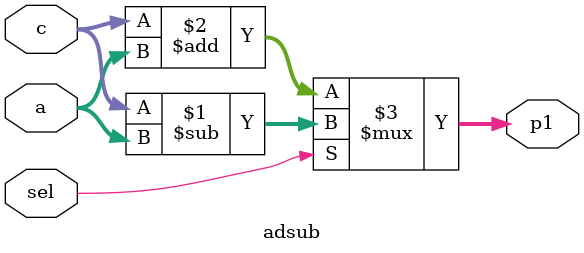
<source format=v>
`timescale 1ns / 1ps
module adsub (sel,c,a,p1);
  input [0 : 0] sel;
  input [17 : 0] a;
  input [17 : 0] c;
  output [17 : 0] p1;
  //wire [18:0] p;
 //ad_sub m1(sel, a, c, p);
 //assign p1 = p[17:0];
 assign p1 = (sel)?(c-a):(c+a);
endmodule

</source>
